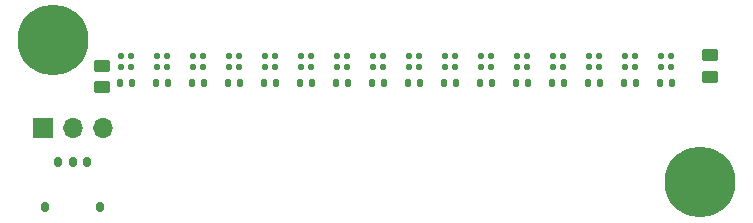
<source format=gbr>
%TF.GenerationSoftware,KiCad,Pcbnew,8.0.8*%
%TF.CreationDate,2025-02-22T01:21:36-08:00*%
%TF.ProjectId,1_2og_lightbar,315f326f-675f-46c6-9967-68746261722e,rev?*%
%TF.SameCoordinates,Original*%
%TF.FileFunction,Soldermask,Top*%
%TF.FilePolarity,Negative*%
%FSLAX46Y46*%
G04 Gerber Fmt 4.6, Leading zero omitted, Abs format (unit mm)*
G04 Created by KiCad (PCBNEW 8.0.8) date 2025-02-22 01:21:36*
%MOMM*%
%LPD*%
G01*
G04 APERTURE LIST*
G04 Aperture macros list*
%AMRoundRect*
0 Rectangle with rounded corners*
0 $1 Rounding radius*
0 $2 $3 $4 $5 $6 $7 $8 $9 X,Y pos of 4 corners*
0 Add a 4 corners polygon primitive as box body*
4,1,4,$2,$3,$4,$5,$6,$7,$8,$9,$2,$3,0*
0 Add four circle primitives for the rounded corners*
1,1,$1+$1,$2,$3*
1,1,$1+$1,$4,$5*
1,1,$1+$1,$6,$7*
1,1,$1+$1,$8,$9*
0 Add four rect primitives between the rounded corners*
20,1,$1+$1,$2,$3,$4,$5,0*
20,1,$1+$1,$4,$5,$6,$7,0*
20,1,$1+$1,$6,$7,$8,$9,0*
20,1,$1+$1,$8,$9,$2,$3,0*%
G04 Aperture macros list end*
%ADD10RoundRect,0.250000X-0.450000X0.262500X-0.450000X-0.262500X0.450000X-0.262500X0.450000X0.262500X0*%
%ADD11RoundRect,0.250000X0.450000X-0.262500X0.450000X0.262500X-0.450000X0.262500X-0.450000X-0.262500X0*%
%ADD12RoundRect,0.125000X-0.125000X0.125000X-0.125000X-0.125000X0.125000X-0.125000X0.125000X0.125000X0*%
%ADD13RoundRect,0.140000X0.140000X0.170000X-0.140000X0.170000X-0.140000X-0.170000X0.140000X-0.170000X0*%
%ADD14C,6.000000*%
%ADD15RoundRect,0.150000X-0.150000X-0.275000X0.150000X-0.275000X0.150000X0.275000X-0.150000X0.275000X0*%
%ADD16RoundRect,0.175000X-0.175000X-0.225000X0.175000X-0.225000X0.175000X0.225000X-0.175000X0.225000X0*%
%ADD17R,1.700000X1.700000*%
%ADD18O,1.700000X1.700000*%
G04 APERTURE END LIST*
D10*
%TO.C,R2*%
X78486000Y-21611500D03*
X78486000Y-23436500D03*
%TD*%
D11*
%TO.C,R1*%
X26987500Y-24336500D03*
X26987500Y-22511500D03*
%TD*%
D12*
%TO.C,D3*%
X35576000Y-21699000D03*
X34676000Y-21699000D03*
X34676000Y-22599000D03*
X35576000Y-22599000D03*
%TD*%
%TO.C,D16*%
X75200000Y-21699000D03*
X74300000Y-21699000D03*
X74300000Y-22599000D03*
X75200000Y-22599000D03*
%TD*%
D13*
%TO.C,C14*%
X69134000Y-24000000D03*
X68174000Y-24000000D03*
%TD*%
D14*
%TO.C,H2*%
X77597000Y-32385000D03*
%TD*%
D12*
%TO.C,D11*%
X59960000Y-21699000D03*
X59060000Y-21699000D03*
X59060000Y-22599000D03*
X59960000Y-22599000D03*
%TD*%
D13*
%TO.C,C10*%
X56942000Y-24000000D03*
X55982000Y-24000000D03*
%TD*%
D12*
%TO.C,D4*%
X38624000Y-21699000D03*
X37724000Y-21699000D03*
X37724000Y-22599000D03*
X38624000Y-22599000D03*
%TD*%
D15*
%TO.C,J2*%
X23311000Y-30668750D03*
X24511000Y-30668750D03*
X25711000Y-30668750D03*
D16*
X22161000Y-34443750D03*
X26861000Y-34443750D03*
%TD*%
D13*
%TO.C,C12*%
X63038000Y-24000000D03*
X62078000Y-24000000D03*
%TD*%
%TO.C,C6*%
X44750000Y-24000000D03*
X43790000Y-24000000D03*
%TD*%
%TO.C,C9*%
X53894000Y-24000000D03*
X52934000Y-24000000D03*
%TD*%
D12*
%TO.C,D6*%
X44720000Y-21699000D03*
X43820000Y-21699000D03*
X43820000Y-22599000D03*
X44720000Y-22599000D03*
%TD*%
D13*
%TO.C,C5*%
X41702000Y-24000000D03*
X40742000Y-24000000D03*
%TD*%
D12*
%TO.C,D12*%
X63008000Y-21699000D03*
X62108000Y-21699000D03*
X62108000Y-22599000D03*
X63008000Y-22599000D03*
%TD*%
D13*
%TO.C,C1*%
X29510000Y-24000000D03*
X28550000Y-24000000D03*
%TD*%
D12*
%TO.C,D10*%
X56912000Y-21699000D03*
X56012000Y-21699000D03*
X56012000Y-22599000D03*
X56912000Y-22599000D03*
%TD*%
%TO.C,D14*%
X69104000Y-21699000D03*
X68204000Y-21699000D03*
X68204000Y-22599000D03*
X69104000Y-22599000D03*
%TD*%
D13*
%TO.C,C11*%
X59990000Y-24000000D03*
X59030000Y-24000000D03*
%TD*%
%TO.C,C2*%
X32558000Y-24000000D03*
X31598000Y-24000000D03*
%TD*%
%TO.C,C13*%
X66086000Y-24000000D03*
X65126000Y-24000000D03*
%TD*%
D12*
%TO.C,D1*%
X29480000Y-21699000D03*
X28580000Y-21699000D03*
X28580000Y-22599000D03*
X29480000Y-22599000D03*
%TD*%
D17*
%TO.C,J1*%
X22000000Y-27781250D03*
D18*
X24540000Y-27781250D03*
X27080000Y-27781250D03*
%TD*%
D12*
%TO.C,D9*%
X53864000Y-21699000D03*
X52964000Y-21699000D03*
X52964000Y-22599000D03*
X53864000Y-22599000D03*
%TD*%
%TO.C,D13*%
X66056000Y-21699000D03*
X65156000Y-21699000D03*
X65156000Y-22599000D03*
X66056000Y-22599000D03*
%TD*%
%TO.C,D2*%
X32528000Y-21699000D03*
X31628000Y-21699000D03*
X31628000Y-22599000D03*
X32528000Y-22599000D03*
%TD*%
D13*
%TO.C,C4*%
X38654000Y-24000000D03*
X37694000Y-24000000D03*
%TD*%
D12*
%TO.C,D8*%
X50816000Y-21699000D03*
X49916000Y-21699000D03*
X49916000Y-22599000D03*
X50816000Y-22599000D03*
%TD*%
D13*
%TO.C,C16*%
X75230000Y-24000000D03*
X74270000Y-24000000D03*
%TD*%
%TO.C,C3*%
X35606000Y-24000000D03*
X34646000Y-24000000D03*
%TD*%
%TO.C,C8*%
X50846000Y-24000000D03*
X49886000Y-24000000D03*
%TD*%
%TO.C,C7*%
X47798000Y-24000000D03*
X46838000Y-24000000D03*
%TD*%
D12*
%TO.C,D7*%
X47768000Y-21699000D03*
X46868000Y-21699000D03*
X46868000Y-22599000D03*
X47768000Y-22599000D03*
%TD*%
D13*
%TO.C,C15*%
X72182000Y-24000000D03*
X71222000Y-24000000D03*
%TD*%
D14*
%TO.C,H1*%
X22879961Y-20362871D03*
%TD*%
D12*
%TO.C,D5*%
X41672000Y-21699000D03*
X40772000Y-21699000D03*
X40772000Y-22599000D03*
X41672000Y-22599000D03*
%TD*%
%TO.C,D15*%
X72152000Y-21699000D03*
X71252000Y-21699000D03*
X71252000Y-22599000D03*
X72152000Y-22599000D03*
%TD*%
M02*

</source>
